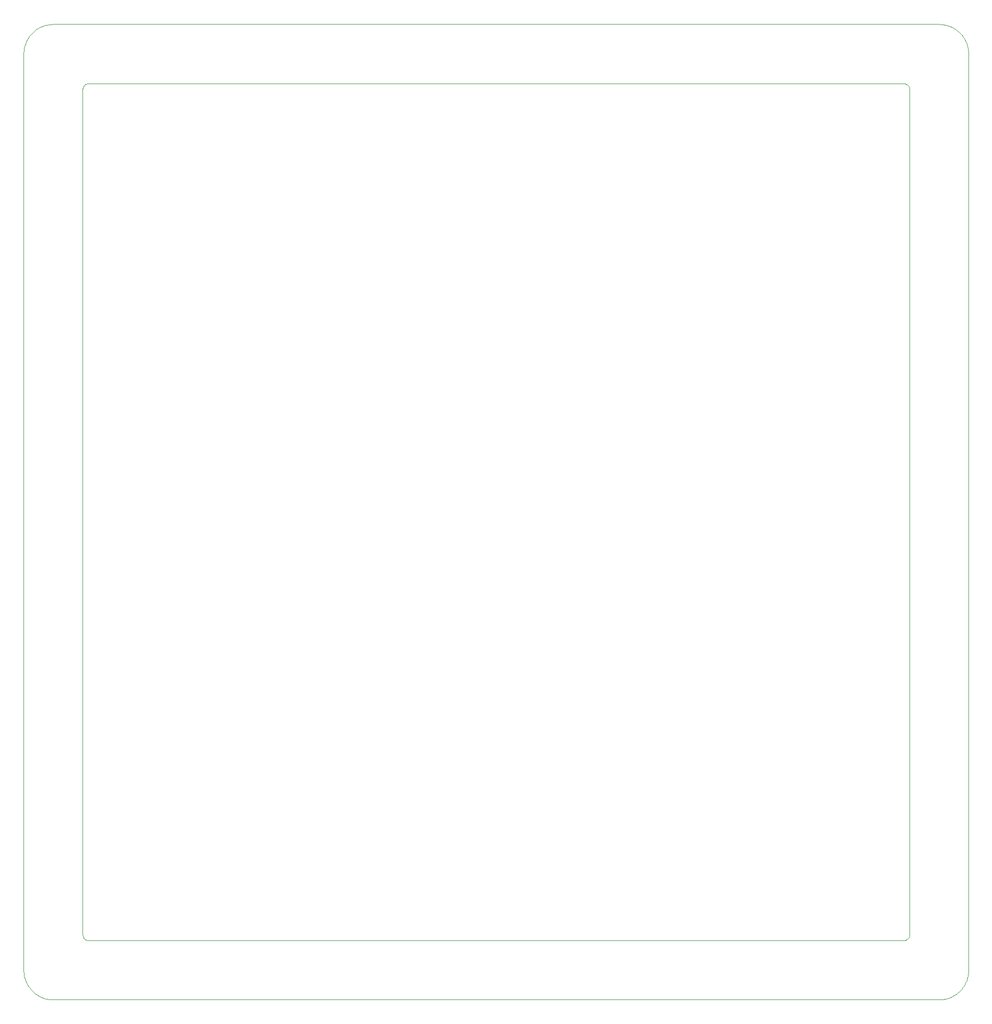
<source format=gko>
%MOIN*%
%OFA0B0*%
%FSLAX44Y44*%
%IPPOS*%
%LPD*%
%ADD10C,0*%
D10*
X00000000Y00001968D02*
X00000002Y00001871D01*
X00000009Y00001775D01*
X00000021Y00001679D01*
X00000037Y00001584D01*
X00000058Y00001490D01*
X00000084Y00001397D01*
X00000115Y00001305D01*
X00000149Y00001215D01*
X00000188Y00001126D01*
X00000232Y00001040D01*
X00000280Y00000956D01*
X00000331Y00000874D01*
X00000387Y00000795D01*
X00000446Y00000719D01*
X00000509Y00000646D01*
X00000576Y00000576D01*
X00000646Y00000509D01*
X00000719Y00000446D01*
X00000795Y00000387D01*
X00000874Y00000331D01*
X00000956Y00000280D01*
X00001040Y00000232D01*
X00001126Y00000188D01*
X00001215Y00000149D01*
X00001305Y00000115D01*
X00001397Y00000084D01*
X00001490Y00000058D01*
X00001584Y00000037D01*
X00001679Y00000021D01*
X00001775Y00000009D01*
X00001871Y00000002D01*
X00001968Y00000000D01*
X00061023Y00000000D01*
X00061120Y00000002D01*
X00061216Y00000009D01*
X00061312Y00000021D01*
X00061407Y00000037D01*
X00061501Y00000058D01*
X00061595Y00000084D01*
X00061686Y00000115D01*
X00061776Y00000149D01*
X00061865Y00000188D01*
X00061951Y00000232D01*
X00062035Y00000280D01*
X00062117Y00000331D01*
X00062196Y00000387D01*
X00062272Y00000446D01*
X00062345Y00000509D01*
X00062415Y00000576D01*
X00062482Y00000646D01*
X00062545Y00000719D01*
X00062604Y00000795D01*
X00062660Y00000874D01*
X00062712Y00000956D01*
X00062759Y00001040D01*
X00062803Y00001126D01*
X00062842Y00001215D01*
X00062877Y00001305D01*
X00062907Y00001397D01*
X00062933Y00001490D01*
X00062954Y00001584D01*
X00062970Y00001679D01*
X00062982Y00001775D01*
X00062989Y00001871D01*
X00062992Y00001968D01*
X00062992Y00062992D01*
X00062989Y00063088D01*
X00062982Y00063185D01*
X00062970Y00063280D01*
X00062954Y00063376D01*
X00062933Y00063470D01*
X00062907Y00063563D01*
X00062877Y00063655D01*
X00062842Y00063745D01*
X00062803Y00063833D01*
X00062759Y00063920D01*
X00062712Y00064004D01*
X00062660Y00064085D01*
X00062604Y00064164D01*
X00062545Y00064240D01*
X00062482Y00064314D01*
X00062415Y00064384D01*
X00062345Y00064450D01*
X00062272Y00064513D01*
X00062196Y00064573D01*
X00062117Y00064628D01*
X00062035Y00064680D01*
X00061951Y00064728D01*
X00061865Y00064771D01*
X00061776Y00064810D01*
X00061686Y00064845D01*
X00061595Y00064875D01*
X00061501Y00064901D01*
X00061407Y00064922D01*
X00061312Y00064939D01*
X00061216Y00064951D01*
X00061120Y00064958D01*
X00061023Y00064960D01*
X00001968Y00064960D01*
X00001871Y00064958D01*
X00001775Y00064951D01*
X00001679Y00064939D01*
X00001584Y00064922D01*
X00001490Y00064901D01*
X00001397Y00064875D01*
X00001305Y00064845D01*
X00001215Y00064810D01*
X00001126Y00064771D01*
X00001040Y00064728D01*
X00000956Y00064680D01*
X00000874Y00064628D01*
X00000795Y00064573D01*
X00000719Y00064513D01*
X00000646Y00064450D01*
X00000576Y00064384D01*
X00000509Y00064314D01*
X00000446Y00064240D01*
X00000387Y00064164D01*
X00000331Y00064085D01*
X00000280Y00064004D01*
X00000232Y00063920D01*
X00000188Y00063833D01*
X00000149Y00063745D01*
X00000115Y00063655D01*
X00000084Y00063563D01*
X00000058Y00063470D01*
X00000037Y00063376D01*
X00000021Y00063280D01*
X00000009Y00063185D01*
X00000002Y00063088D01*
X00000000Y00062992D01*
X00000000Y00001968D01*
X00003937Y00004330D02*
X00003946Y00004243D01*
X00003975Y00004159D01*
X00004022Y00004085D01*
X00004085Y00004022D01*
X00004159Y00003975D01*
X00004243Y00003946D01*
X00004330Y00003937D01*
X00058661Y00003937D01*
X00058749Y00003946D01*
X00058832Y00003975D01*
X00058906Y00004022D01*
X00058969Y00004085D01*
X00059016Y00004159D01*
X00059045Y00004243D01*
X00059055Y00004330D01*
X00059055Y00060629D01*
X00059045Y00060717D01*
X00059016Y00060800D01*
X00058969Y00060875D01*
X00058906Y00060937D01*
X00058832Y00060984D01*
X00058749Y00061013D01*
X00058661Y00061023D01*
X00004330Y00061023D01*
X00004243Y00061013D01*
X00004159Y00060984D01*
X00004085Y00060937D01*
X00004022Y00060875D01*
X00003975Y00060800D01*
X00003946Y00060717D01*
X00003937Y00060629D01*
X00003937Y00004330D01*
M02*
</source>
